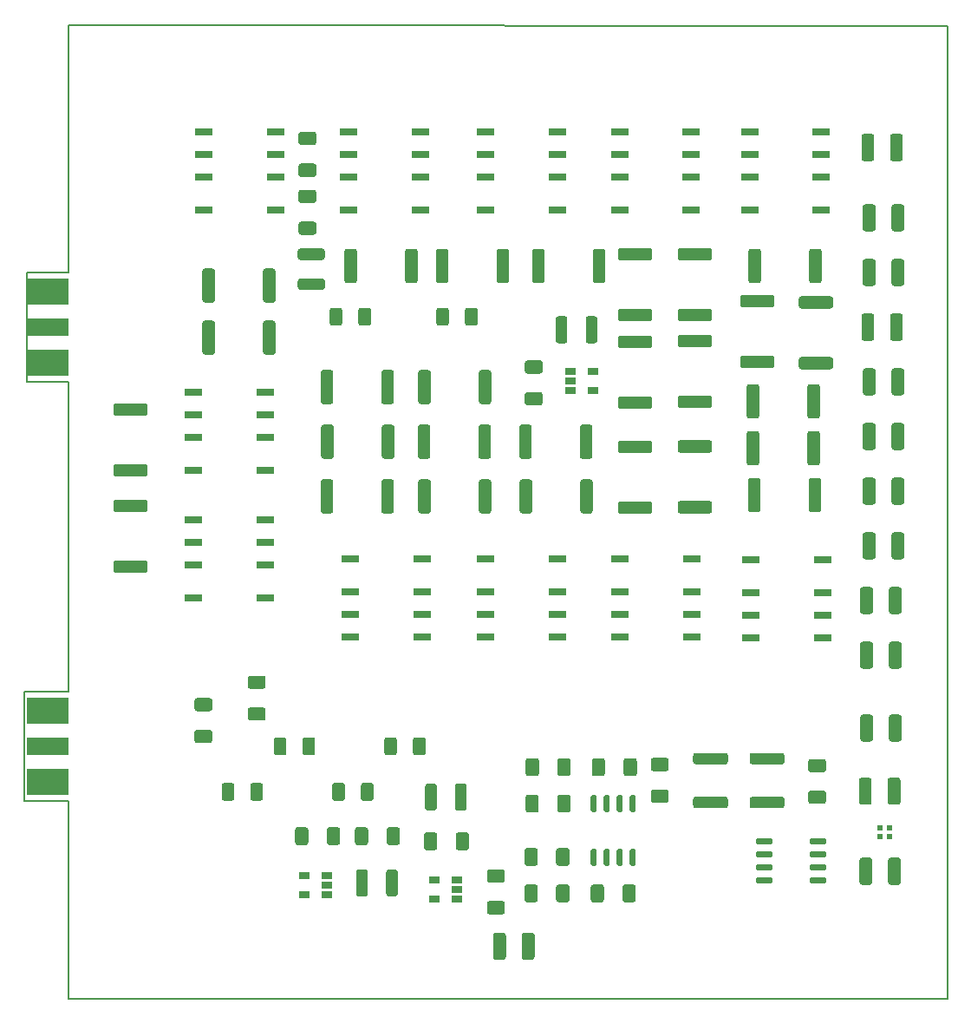
<source format=gbr>
%TF.GenerationSoftware,KiCad,Pcbnew,(5.1.12)-1*%
%TF.CreationDate,2021-11-19T01:02:39+01:00*%
%TF.ProjectId,HF_CaricoVariabile_r00,48465f43-6172-4696-936f-566172696162,rev?*%
%TF.SameCoordinates,Original*%
%TF.FileFunction,Paste,Top*%
%TF.FilePolarity,Positive*%
%FSLAX46Y46*%
G04 Gerber Fmt 4.6, Leading zero omitted, Abs format (unit mm)*
G04 Created by KiCad (PCBNEW (5.1.12)-1) date 2021-11-19 01:02:39*
%MOMM*%
%LPD*%
G01*
G04 APERTURE LIST*
%TA.AperFunction,Profile*%
%ADD10C,0.150000*%
%TD*%
%ADD11R,1.060000X0.650000*%
%ADD12R,1.800000X0.800000*%
%ADD13R,0.500000X0.500000*%
%ADD14R,4.190000X2.665000*%
%ADD15R,4.190000X1.780000*%
G04 APERTURE END LIST*
D10*
X151130000Y-160020000D02*
X65278000Y-160020000D01*
X65278000Y-65024000D02*
X65278000Y-89154000D01*
X65278000Y-89154000D02*
X61214000Y-89154000D01*
X65278000Y-130048000D02*
X60960000Y-130048000D01*
X65278000Y-140716000D02*
X60960000Y-140716000D01*
X65278000Y-140716000D02*
X65278000Y-160020000D01*
X151130000Y-65148899D02*
X65278000Y-65024000D01*
X151130000Y-160020000D02*
X151130000Y-65148899D01*
X60960000Y-130048000D02*
X60960000Y-140716000D01*
X65278000Y-99822000D02*
X65278000Y-130048000D01*
X61214000Y-99822000D02*
X65278000Y-99822000D01*
X61214000Y-89154000D02*
X61214000Y-99822000D01*
%TO.C,Rx-Zx2*%
G36*
G01*
X108035600Y-153814200D02*
X108035600Y-155964200D01*
G75*
G02*
X107785600Y-156214200I-250000J0D01*
G01*
X107035600Y-156214200D01*
G75*
G02*
X106785600Y-155964200I0J250000D01*
G01*
X106785600Y-153814200D01*
G75*
G02*
X107035600Y-153564200I250000J0D01*
G01*
X107785600Y-153564200D01*
G75*
G02*
X108035600Y-153814200I0J-250000D01*
G01*
G37*
G36*
G01*
X110835600Y-153814200D02*
X110835600Y-155964200D01*
G75*
G02*
X110585600Y-156214200I-250000J0D01*
G01*
X109835600Y-156214200D01*
G75*
G02*
X109585600Y-155964200I0J250000D01*
G01*
X109585600Y-153814200D01*
G75*
G02*
X109835600Y-153564200I250000J0D01*
G01*
X110585600Y-153564200D01*
G75*
G02*
X110835600Y-153814200I0J-250000D01*
G01*
G37*
%TD*%
%TO.C,Rx>Rref1*%
G36*
G01*
X145307000Y-140837000D02*
X145307000Y-138687000D01*
G75*
G02*
X145557000Y-138437000I250000J0D01*
G01*
X146307000Y-138437000D01*
G75*
G02*
X146557000Y-138687000I0J-250000D01*
G01*
X146557000Y-140837000D01*
G75*
G02*
X146307000Y-141087000I-250000J0D01*
G01*
X145557000Y-141087000D01*
G75*
G02*
X145307000Y-140837000I0J250000D01*
G01*
G37*
G36*
G01*
X142507000Y-140837000D02*
X142507000Y-138687000D01*
G75*
G02*
X142757000Y-138437000I250000J0D01*
G01*
X143507000Y-138437000D01*
G75*
G02*
X143757000Y-138687000I0J-250000D01*
G01*
X143757000Y-140837000D01*
G75*
G02*
X143507000Y-141087000I-250000J0D01*
G01*
X142757000Y-141087000D01*
G75*
G02*
X142507000Y-140837000I0J250000D01*
G01*
G37*
%TD*%
%TO.C,Rx<Rref1*%
G36*
G01*
X145363000Y-148649000D02*
X145363000Y-146499000D01*
G75*
G02*
X145613000Y-146249000I250000J0D01*
G01*
X146363000Y-146249000D01*
G75*
G02*
X146613000Y-146499000I0J-250000D01*
G01*
X146613000Y-148649000D01*
G75*
G02*
X146363000Y-148899000I-250000J0D01*
G01*
X145613000Y-148899000D01*
G75*
G02*
X145363000Y-148649000I0J250000D01*
G01*
G37*
G36*
G01*
X142563000Y-148649000D02*
X142563000Y-146499000D01*
G75*
G02*
X142813000Y-146249000I250000J0D01*
G01*
X143563000Y-146249000D01*
G75*
G02*
X143813000Y-146499000I0J-250000D01*
G01*
X143813000Y-148649000D01*
G75*
G02*
X143563000Y-148899000I-250000J0D01*
G01*
X142813000Y-148899000D01*
G75*
G02*
X142563000Y-148649000I0J250000D01*
G01*
G37*
%TD*%
D11*
%TO.C,U10*%
X116500000Y-98806000D03*
X116500000Y-100706000D03*
X114300000Y-100706000D03*
X114300000Y-99756000D03*
X114300000Y-98806000D03*
%TD*%
%TO.C,R65*%
G36*
G01*
X89271000Y-82386000D02*
X88021000Y-82386000D01*
G75*
G02*
X87771000Y-82136000I0J250000D01*
G01*
X87771000Y-81336000D01*
G75*
G02*
X88021000Y-81086000I250000J0D01*
G01*
X89271000Y-81086000D01*
G75*
G02*
X89521000Y-81336000I0J-250000D01*
G01*
X89521000Y-82136000D01*
G75*
G02*
X89271000Y-82386000I-250000J0D01*
G01*
G37*
G36*
G01*
X89271000Y-85486000D02*
X88021000Y-85486000D01*
G75*
G02*
X87771000Y-85236000I0J250000D01*
G01*
X87771000Y-84436000D01*
G75*
G02*
X88021000Y-84186000I250000J0D01*
G01*
X89271000Y-84186000D01*
G75*
G02*
X89521000Y-84436000I0J-250000D01*
G01*
X89521000Y-85236000D01*
G75*
G02*
X89271000Y-85486000I-250000J0D01*
G01*
G37*
%TD*%
%TO.C,R64*%
G36*
G01*
X111369000Y-99023000D02*
X110119000Y-99023000D01*
G75*
G02*
X109869000Y-98773000I0J250000D01*
G01*
X109869000Y-97973000D01*
G75*
G02*
X110119000Y-97723000I250000J0D01*
G01*
X111369000Y-97723000D01*
G75*
G02*
X111619000Y-97973000I0J-250000D01*
G01*
X111619000Y-98773000D01*
G75*
G02*
X111369000Y-99023000I-250000J0D01*
G01*
G37*
G36*
G01*
X111369000Y-102123000D02*
X110119000Y-102123000D01*
G75*
G02*
X109869000Y-101873000I0J250000D01*
G01*
X109869000Y-101073000D01*
G75*
G02*
X110119000Y-100823000I250000J0D01*
G01*
X111369000Y-100823000D01*
G75*
G02*
X111619000Y-101073000I0J-250000D01*
G01*
X111619000Y-101873000D01*
G75*
G02*
X111369000Y-102123000I-250000J0D01*
G01*
G37*
%TD*%
%TO.C,R62*%
G36*
G01*
X88021000Y-78523000D02*
X89271000Y-78523000D01*
G75*
G02*
X89521000Y-78773000I0J-250000D01*
G01*
X89521000Y-79573000D01*
G75*
G02*
X89271000Y-79823000I-250000J0D01*
G01*
X88021000Y-79823000D01*
G75*
G02*
X87771000Y-79573000I0J250000D01*
G01*
X87771000Y-78773000D01*
G75*
G02*
X88021000Y-78523000I250000J0D01*
G01*
G37*
G36*
G01*
X88021000Y-75423000D02*
X89271000Y-75423000D01*
G75*
G02*
X89521000Y-75673000I0J-250000D01*
G01*
X89521000Y-76473000D01*
G75*
G02*
X89271000Y-76723000I-250000J0D01*
G01*
X88021000Y-76723000D01*
G75*
G02*
X87771000Y-76473000I0J250000D01*
G01*
X87771000Y-75673000D01*
G75*
G02*
X88021000Y-75423000I250000J0D01*
G01*
G37*
%TD*%
%TO.C,D14*%
G36*
G01*
X102479000Y-92847000D02*
X102479000Y-94097000D01*
G75*
G02*
X102229000Y-94347000I-250000J0D01*
G01*
X101479000Y-94347000D01*
G75*
G02*
X101229000Y-94097000I0J250000D01*
G01*
X101229000Y-92847000D01*
G75*
G02*
X101479000Y-92597000I250000J0D01*
G01*
X102229000Y-92597000D01*
G75*
G02*
X102479000Y-92847000I0J-250000D01*
G01*
G37*
G36*
G01*
X105279000Y-92847000D02*
X105279000Y-94097000D01*
G75*
G02*
X105029000Y-94347000I-250000J0D01*
G01*
X104279000Y-94347000D01*
G75*
G02*
X104029000Y-94097000I0J250000D01*
G01*
X104029000Y-92847000D01*
G75*
G02*
X104279000Y-92597000I250000J0D01*
G01*
X105029000Y-92597000D01*
G75*
G02*
X105279000Y-92847000I0J-250000D01*
G01*
G37*
%TD*%
%TO.C,D13*%
G36*
G01*
X92065000Y-92847000D02*
X92065000Y-94097000D01*
G75*
G02*
X91815000Y-94347000I-250000J0D01*
G01*
X91065000Y-94347000D01*
G75*
G02*
X90815000Y-94097000I0J250000D01*
G01*
X90815000Y-92847000D01*
G75*
G02*
X91065000Y-92597000I250000J0D01*
G01*
X91815000Y-92597000D01*
G75*
G02*
X92065000Y-92847000I0J-250000D01*
G01*
G37*
G36*
G01*
X94865000Y-92847000D02*
X94865000Y-94097000D01*
G75*
G02*
X94615000Y-94347000I-250000J0D01*
G01*
X93865000Y-94347000D01*
G75*
G02*
X93615000Y-94097000I0J250000D01*
G01*
X93615000Y-92847000D01*
G75*
G02*
X93865000Y-92597000I250000J0D01*
G01*
X94615000Y-92597000D01*
G75*
G02*
X94865000Y-92847000I0J-250000D01*
G01*
G37*
%TD*%
%TO.C,C16*%
G36*
G01*
X87951999Y-89738500D02*
X90102001Y-89738500D01*
G75*
G02*
X90352000Y-89988499I0J-249999D01*
G01*
X90352000Y-90613501D01*
G75*
G02*
X90102001Y-90863500I-249999J0D01*
G01*
X87951999Y-90863500D01*
G75*
G02*
X87702000Y-90613501I0J249999D01*
G01*
X87702000Y-89988499D01*
G75*
G02*
X87951999Y-89738500I249999J0D01*
G01*
G37*
G36*
G01*
X87951999Y-86813500D02*
X90102001Y-86813500D01*
G75*
G02*
X90352000Y-87063499I0J-249999D01*
G01*
X90352000Y-87688501D01*
G75*
G02*
X90102001Y-87938500I-249999J0D01*
G01*
X87951999Y-87938500D01*
G75*
G02*
X87702000Y-87688501I0J249999D01*
G01*
X87702000Y-87063499D01*
G75*
G02*
X87951999Y-86813500I249999J0D01*
G01*
G37*
%TD*%
%TO.C,Rx-Zx1*%
G36*
G01*
X145431000Y-134679000D02*
X145431000Y-132529000D01*
G75*
G02*
X145681000Y-132279000I250000J0D01*
G01*
X146431000Y-132279000D01*
G75*
G02*
X146681000Y-132529000I0J-250000D01*
G01*
X146681000Y-134679000D01*
G75*
G02*
X146431000Y-134929000I-250000J0D01*
G01*
X145681000Y-134929000D01*
G75*
G02*
X145431000Y-134679000I0J250000D01*
G01*
G37*
G36*
G01*
X142631000Y-134679000D02*
X142631000Y-132529000D01*
G75*
G02*
X142881000Y-132279000I250000J0D01*
G01*
X143631000Y-132279000D01*
G75*
G02*
X143881000Y-132529000I0J-250000D01*
G01*
X143881000Y-134679000D01*
G75*
G02*
X143631000Y-134929000I-250000J0D01*
G01*
X142881000Y-134929000D01*
G75*
G02*
X142631000Y-134679000I0J250000D01*
G01*
G37*
%TD*%
D12*
%TO.C,CC/RF1*%
X84526000Y-120894000D03*
X84526000Y-117694000D03*
X84526000Y-115494000D03*
X84526000Y-113294000D03*
X77526000Y-113294000D03*
X77526000Y-115494000D03*
X77526000Y-117694000D03*
X77526000Y-120894000D03*
%TD*%
%TO.C,Load/WB2*%
G36*
G01*
X145555000Y-78037000D02*
X145555000Y-75887000D01*
G75*
G02*
X145805000Y-75637000I250000J0D01*
G01*
X146555000Y-75637000D01*
G75*
G02*
X146805000Y-75887000I0J-250000D01*
G01*
X146805000Y-78037000D01*
G75*
G02*
X146555000Y-78287000I-250000J0D01*
G01*
X145805000Y-78287000D01*
G75*
G02*
X145555000Y-78037000I0J250000D01*
G01*
G37*
G36*
G01*
X142755000Y-78037000D02*
X142755000Y-75887000D01*
G75*
G02*
X143005000Y-75637000I250000J0D01*
G01*
X143755000Y-75637000D01*
G75*
G02*
X144005000Y-75887000I0J-250000D01*
G01*
X144005000Y-78037000D01*
G75*
G02*
X143755000Y-78287000I-250000J0D01*
G01*
X143005000Y-78287000D01*
G75*
G02*
X142755000Y-78037000I0J250000D01*
G01*
G37*
%TD*%
%TO.C,D11*%
G36*
G01*
X92319000Y-139202000D02*
X92319000Y-140452000D01*
G75*
G02*
X92069000Y-140702000I-250000J0D01*
G01*
X91319000Y-140702000D01*
G75*
G02*
X91069000Y-140452000I0J250000D01*
G01*
X91069000Y-139202000D01*
G75*
G02*
X91319000Y-138952000I250000J0D01*
G01*
X92069000Y-138952000D01*
G75*
G02*
X92319000Y-139202000I0J-250000D01*
G01*
G37*
G36*
G01*
X95119000Y-139202000D02*
X95119000Y-140452000D01*
G75*
G02*
X94869000Y-140702000I-250000J0D01*
G01*
X94119000Y-140702000D01*
G75*
G02*
X93869000Y-140452000I0J250000D01*
G01*
X93869000Y-139202000D01*
G75*
G02*
X94119000Y-138952000I250000J0D01*
G01*
X94869000Y-138952000D01*
G75*
G02*
X95119000Y-139202000I0J-250000D01*
G01*
G37*
%TD*%
%TO.C,D10*%
G36*
G01*
X97396000Y-134757000D02*
X97396000Y-136007000D01*
G75*
G02*
X97146000Y-136257000I-250000J0D01*
G01*
X96396000Y-136257000D01*
G75*
G02*
X96146000Y-136007000I0J250000D01*
G01*
X96146000Y-134757000D01*
G75*
G02*
X96396000Y-134507000I250000J0D01*
G01*
X97146000Y-134507000D01*
G75*
G02*
X97396000Y-134757000I0J-250000D01*
G01*
G37*
G36*
G01*
X100196000Y-134757000D02*
X100196000Y-136007000D01*
G75*
G02*
X99946000Y-136257000I-250000J0D01*
G01*
X99196000Y-136257000D01*
G75*
G02*
X98946000Y-136007000I0J250000D01*
G01*
X98946000Y-134757000D01*
G75*
G02*
X99196000Y-134507000I250000J0D01*
G01*
X99946000Y-134507000D01*
G75*
G02*
X100196000Y-134757000I0J-250000D01*
G01*
G37*
%TD*%
%TO.C,D9*%
G36*
G01*
X81518000Y-139202000D02*
X81518000Y-140452000D01*
G75*
G02*
X81268000Y-140702000I-250000J0D01*
G01*
X80518000Y-140702000D01*
G75*
G02*
X80268000Y-140452000I0J250000D01*
G01*
X80268000Y-139202000D01*
G75*
G02*
X80518000Y-138952000I250000J0D01*
G01*
X81268000Y-138952000D01*
G75*
G02*
X81518000Y-139202000I0J-250000D01*
G01*
G37*
G36*
G01*
X84318000Y-139202000D02*
X84318000Y-140452000D01*
G75*
G02*
X84068000Y-140702000I-250000J0D01*
G01*
X83318000Y-140702000D01*
G75*
G02*
X83068000Y-140452000I0J250000D01*
G01*
X83068000Y-139202000D01*
G75*
G02*
X83318000Y-138952000I250000J0D01*
G01*
X84068000Y-138952000D01*
G75*
G02*
X84318000Y-139202000I0J-250000D01*
G01*
G37*
%TD*%
%TO.C,D8*%
G36*
G01*
X86601000Y-134757000D02*
X86601000Y-136007000D01*
G75*
G02*
X86351000Y-136257000I-250000J0D01*
G01*
X85601000Y-136257000D01*
G75*
G02*
X85351000Y-136007000I0J250000D01*
G01*
X85351000Y-134757000D01*
G75*
G02*
X85601000Y-134507000I250000J0D01*
G01*
X86351000Y-134507000D01*
G75*
G02*
X86601000Y-134757000I0J-250000D01*
G01*
G37*
G36*
G01*
X89401000Y-134757000D02*
X89401000Y-136007000D01*
G75*
G02*
X89151000Y-136257000I-250000J0D01*
G01*
X88401000Y-136257000D01*
G75*
G02*
X88151000Y-136007000I0J250000D01*
G01*
X88151000Y-134757000D01*
G75*
G02*
X88401000Y-134507000I250000J0D01*
G01*
X89151000Y-134507000D01*
G75*
G02*
X89401000Y-134757000I0J-250000D01*
G01*
G37*
%TD*%
%TO.C,80R1*%
G36*
G01*
X145679000Y-106231000D02*
X145679000Y-104081000D01*
G75*
G02*
X145929000Y-103831000I250000J0D01*
G01*
X146679000Y-103831000D01*
G75*
G02*
X146929000Y-104081000I0J-250000D01*
G01*
X146929000Y-106231000D01*
G75*
G02*
X146679000Y-106481000I-250000J0D01*
G01*
X145929000Y-106481000D01*
G75*
G02*
X145679000Y-106231000I0J250000D01*
G01*
G37*
G36*
G01*
X142879000Y-106231000D02*
X142879000Y-104081000D01*
G75*
G02*
X143129000Y-103831000I250000J0D01*
G01*
X143879000Y-103831000D01*
G75*
G02*
X144129000Y-104081000I0J-250000D01*
G01*
X144129000Y-106231000D01*
G75*
G02*
X143879000Y-106481000I-250000J0D01*
G01*
X143129000Y-106481000D01*
G75*
G02*
X142879000Y-106231000I0J250000D01*
G01*
G37*
%TD*%
%TO.C,640R1*%
G36*
G01*
X145425000Y-122233000D02*
X145425000Y-120083000D01*
G75*
G02*
X145675000Y-119833000I250000J0D01*
G01*
X146425000Y-119833000D01*
G75*
G02*
X146675000Y-120083000I0J-250000D01*
G01*
X146675000Y-122233000D01*
G75*
G02*
X146425000Y-122483000I-250000J0D01*
G01*
X145675000Y-122483000D01*
G75*
G02*
X145425000Y-122233000I0J250000D01*
G01*
G37*
G36*
G01*
X142625000Y-122233000D02*
X142625000Y-120083000D01*
G75*
G02*
X142875000Y-119833000I250000J0D01*
G01*
X143625000Y-119833000D01*
G75*
G02*
X143875000Y-120083000I0J-250000D01*
G01*
X143875000Y-122233000D01*
G75*
G02*
X143625000Y-122483000I-250000J0D01*
G01*
X142875000Y-122483000D01*
G75*
G02*
X142625000Y-122233000I0J250000D01*
G01*
G37*
%TD*%
%TO.C,5R1*%
G36*
G01*
X145679000Y-84895000D02*
X145679000Y-82745000D01*
G75*
G02*
X145929000Y-82495000I250000J0D01*
G01*
X146679000Y-82495000D01*
G75*
G02*
X146929000Y-82745000I0J-250000D01*
G01*
X146929000Y-84895000D01*
G75*
G02*
X146679000Y-85145000I-250000J0D01*
G01*
X145929000Y-85145000D01*
G75*
G02*
X145679000Y-84895000I0J250000D01*
G01*
G37*
G36*
G01*
X142879000Y-84895000D02*
X142879000Y-82745000D01*
G75*
G02*
X143129000Y-82495000I250000J0D01*
G01*
X143879000Y-82495000D01*
G75*
G02*
X144129000Y-82745000I0J-250000D01*
G01*
X144129000Y-84895000D01*
G75*
G02*
X143879000Y-85145000I-250000J0D01*
G01*
X143129000Y-85145000D01*
G75*
G02*
X142879000Y-84895000I0J250000D01*
G01*
G37*
%TD*%
%TO.C,40R1*%
G36*
G01*
X145685000Y-100897000D02*
X145685000Y-98747000D01*
G75*
G02*
X145935000Y-98497000I250000J0D01*
G01*
X146685000Y-98497000D01*
G75*
G02*
X146935000Y-98747000I0J-250000D01*
G01*
X146935000Y-100897000D01*
G75*
G02*
X146685000Y-101147000I-250000J0D01*
G01*
X145935000Y-101147000D01*
G75*
G02*
X145685000Y-100897000I0J250000D01*
G01*
G37*
G36*
G01*
X142885000Y-100897000D02*
X142885000Y-98747000D01*
G75*
G02*
X143135000Y-98497000I250000J0D01*
G01*
X143885000Y-98497000D01*
G75*
G02*
X144135000Y-98747000I0J-250000D01*
G01*
X144135000Y-100897000D01*
G75*
G02*
X143885000Y-101147000I-250000J0D01*
G01*
X143135000Y-101147000D01*
G75*
G02*
X142885000Y-100897000I0J250000D01*
G01*
G37*
%TD*%
%TO.C,320R1*%
G36*
G01*
X145679000Y-116899000D02*
X145679000Y-114749000D01*
G75*
G02*
X145929000Y-114499000I250000J0D01*
G01*
X146679000Y-114499000D01*
G75*
G02*
X146929000Y-114749000I0J-250000D01*
G01*
X146929000Y-116899000D01*
G75*
G02*
X146679000Y-117149000I-250000J0D01*
G01*
X145929000Y-117149000D01*
G75*
G02*
X145679000Y-116899000I0J250000D01*
G01*
G37*
G36*
G01*
X142879000Y-116899000D02*
X142879000Y-114749000D01*
G75*
G02*
X143129000Y-114499000I250000J0D01*
G01*
X143879000Y-114499000D01*
G75*
G02*
X144129000Y-114749000I0J-250000D01*
G01*
X144129000Y-116899000D01*
G75*
G02*
X143879000Y-117149000I-250000J0D01*
G01*
X143129000Y-117149000D01*
G75*
G02*
X142879000Y-116899000I0J250000D01*
G01*
G37*
%TD*%
%TO.C,20R1*%
G36*
G01*
X145555000Y-95563000D02*
X145555000Y-93413000D01*
G75*
G02*
X145805000Y-93163000I250000J0D01*
G01*
X146555000Y-93163000D01*
G75*
G02*
X146805000Y-93413000I0J-250000D01*
G01*
X146805000Y-95563000D01*
G75*
G02*
X146555000Y-95813000I-250000J0D01*
G01*
X145805000Y-95813000D01*
G75*
G02*
X145555000Y-95563000I0J250000D01*
G01*
G37*
G36*
G01*
X142755000Y-95563000D02*
X142755000Y-93413000D01*
G75*
G02*
X143005000Y-93163000I250000J0D01*
G01*
X143755000Y-93163000D01*
G75*
G02*
X144005000Y-93413000I0J-250000D01*
G01*
X144005000Y-95563000D01*
G75*
G02*
X143755000Y-95813000I-250000J0D01*
G01*
X143005000Y-95813000D01*
G75*
G02*
X142755000Y-95563000I0J250000D01*
G01*
G37*
%TD*%
%TO.C,160R1*%
G36*
G01*
X145679000Y-111565000D02*
X145679000Y-109415000D01*
G75*
G02*
X145929000Y-109165000I250000J0D01*
G01*
X146679000Y-109165000D01*
G75*
G02*
X146929000Y-109415000I0J-250000D01*
G01*
X146929000Y-111565000D01*
G75*
G02*
X146679000Y-111815000I-250000J0D01*
G01*
X145929000Y-111815000D01*
G75*
G02*
X145679000Y-111565000I0J250000D01*
G01*
G37*
G36*
G01*
X142879000Y-111565000D02*
X142879000Y-109415000D01*
G75*
G02*
X143129000Y-109165000I250000J0D01*
G01*
X143879000Y-109165000D01*
G75*
G02*
X144129000Y-109415000I0J-250000D01*
G01*
X144129000Y-111565000D01*
G75*
G02*
X143879000Y-111815000I-250000J0D01*
G01*
X143129000Y-111815000D01*
G75*
G02*
X142879000Y-111565000I0J250000D01*
G01*
G37*
%TD*%
%TO.C,1280R1*%
G36*
G01*
X145425000Y-127567000D02*
X145425000Y-125417000D01*
G75*
G02*
X145675000Y-125167000I250000J0D01*
G01*
X146425000Y-125167000D01*
G75*
G02*
X146675000Y-125417000I0J-250000D01*
G01*
X146675000Y-127567000D01*
G75*
G02*
X146425000Y-127817000I-250000J0D01*
G01*
X145675000Y-127817000D01*
G75*
G02*
X145425000Y-127567000I0J250000D01*
G01*
G37*
G36*
G01*
X142625000Y-127567000D02*
X142625000Y-125417000D01*
G75*
G02*
X142875000Y-125167000I250000J0D01*
G01*
X143625000Y-125167000D01*
G75*
G02*
X143875000Y-125417000I0J-250000D01*
G01*
X143875000Y-127567000D01*
G75*
G02*
X143625000Y-127817000I-250000J0D01*
G01*
X142875000Y-127817000D01*
G75*
G02*
X142625000Y-127567000I0J250000D01*
G01*
G37*
%TD*%
%TO.C,10R1*%
G36*
G01*
X145679000Y-90229000D02*
X145679000Y-88079000D01*
G75*
G02*
X145929000Y-87829000I250000J0D01*
G01*
X146679000Y-87829000D01*
G75*
G02*
X146929000Y-88079000I0J-250000D01*
G01*
X146929000Y-90229000D01*
G75*
G02*
X146679000Y-90479000I-250000J0D01*
G01*
X145929000Y-90479000D01*
G75*
G02*
X145679000Y-90229000I0J250000D01*
G01*
G37*
G36*
G01*
X142879000Y-90229000D02*
X142879000Y-88079000D01*
G75*
G02*
X143129000Y-87829000I250000J0D01*
G01*
X143879000Y-87829000D01*
G75*
G02*
X144129000Y-88079000I0J-250000D01*
G01*
X144129000Y-90229000D01*
G75*
G02*
X143879000Y-90479000I-250000J0D01*
G01*
X143129000Y-90479000D01*
G75*
G02*
X142879000Y-90229000I0J250000D01*
G01*
G37*
%TD*%
%TO.C,U8*%
G36*
G01*
X134090000Y-148313000D02*
X134090000Y-148613000D01*
G75*
G02*
X133940000Y-148763000I-150000J0D01*
G01*
X132590000Y-148763000D01*
G75*
G02*
X132440000Y-148613000I0J150000D01*
G01*
X132440000Y-148313000D01*
G75*
G02*
X132590000Y-148163000I150000J0D01*
G01*
X133940000Y-148163000D01*
G75*
G02*
X134090000Y-148313000I0J-150000D01*
G01*
G37*
G36*
G01*
X134090000Y-147043000D02*
X134090000Y-147343000D01*
G75*
G02*
X133940000Y-147493000I-150000J0D01*
G01*
X132590000Y-147493000D01*
G75*
G02*
X132440000Y-147343000I0J150000D01*
G01*
X132440000Y-147043000D01*
G75*
G02*
X132590000Y-146893000I150000J0D01*
G01*
X133940000Y-146893000D01*
G75*
G02*
X134090000Y-147043000I0J-150000D01*
G01*
G37*
G36*
G01*
X134090000Y-145773000D02*
X134090000Y-146073000D01*
G75*
G02*
X133940000Y-146223000I-150000J0D01*
G01*
X132590000Y-146223000D01*
G75*
G02*
X132440000Y-146073000I0J150000D01*
G01*
X132440000Y-145773000D01*
G75*
G02*
X132590000Y-145623000I150000J0D01*
G01*
X133940000Y-145623000D01*
G75*
G02*
X134090000Y-145773000I0J-150000D01*
G01*
G37*
G36*
G01*
X134090000Y-144503000D02*
X134090000Y-144803000D01*
G75*
G02*
X133940000Y-144953000I-150000J0D01*
G01*
X132590000Y-144953000D01*
G75*
G02*
X132440000Y-144803000I0J150000D01*
G01*
X132440000Y-144503000D01*
G75*
G02*
X132590000Y-144353000I150000J0D01*
G01*
X133940000Y-144353000D01*
G75*
G02*
X134090000Y-144503000I0J-150000D01*
G01*
G37*
G36*
G01*
X139340000Y-144503000D02*
X139340000Y-144803000D01*
G75*
G02*
X139190000Y-144953000I-150000J0D01*
G01*
X137840000Y-144953000D01*
G75*
G02*
X137690000Y-144803000I0J150000D01*
G01*
X137690000Y-144503000D01*
G75*
G02*
X137840000Y-144353000I150000J0D01*
G01*
X139190000Y-144353000D01*
G75*
G02*
X139340000Y-144503000I0J-150000D01*
G01*
G37*
G36*
G01*
X139340000Y-145773000D02*
X139340000Y-146073000D01*
G75*
G02*
X139190000Y-146223000I-150000J0D01*
G01*
X137840000Y-146223000D01*
G75*
G02*
X137690000Y-146073000I0J150000D01*
G01*
X137690000Y-145773000D01*
G75*
G02*
X137840000Y-145623000I150000J0D01*
G01*
X139190000Y-145623000D01*
G75*
G02*
X139340000Y-145773000I0J-150000D01*
G01*
G37*
G36*
G01*
X139340000Y-147043000D02*
X139340000Y-147343000D01*
G75*
G02*
X139190000Y-147493000I-150000J0D01*
G01*
X137840000Y-147493000D01*
G75*
G02*
X137690000Y-147343000I0J150000D01*
G01*
X137690000Y-147043000D01*
G75*
G02*
X137840000Y-146893000I150000J0D01*
G01*
X139190000Y-146893000D01*
G75*
G02*
X139340000Y-147043000I0J-150000D01*
G01*
G37*
G36*
G01*
X139340000Y-148313000D02*
X139340000Y-148613000D01*
G75*
G02*
X139190000Y-148763000I-150000J0D01*
G01*
X137840000Y-148763000D01*
G75*
G02*
X137690000Y-148613000I0J150000D01*
G01*
X137690000Y-148313000D01*
G75*
G02*
X137840000Y-148163000I150000J0D01*
G01*
X139190000Y-148163000D01*
G75*
G02*
X139340000Y-148313000I0J-150000D01*
G01*
G37*
%TD*%
%TO.C,U6*%
G36*
G01*
X120246000Y-145395000D02*
X120546000Y-145395000D01*
G75*
G02*
X120696000Y-145545000I0J-150000D01*
G01*
X120696000Y-146895000D01*
G75*
G02*
X120546000Y-147045000I-150000J0D01*
G01*
X120246000Y-147045000D01*
G75*
G02*
X120096000Y-146895000I0J150000D01*
G01*
X120096000Y-145545000D01*
G75*
G02*
X120246000Y-145395000I150000J0D01*
G01*
G37*
G36*
G01*
X118976000Y-145395000D02*
X119276000Y-145395000D01*
G75*
G02*
X119426000Y-145545000I0J-150000D01*
G01*
X119426000Y-146895000D01*
G75*
G02*
X119276000Y-147045000I-150000J0D01*
G01*
X118976000Y-147045000D01*
G75*
G02*
X118826000Y-146895000I0J150000D01*
G01*
X118826000Y-145545000D01*
G75*
G02*
X118976000Y-145395000I150000J0D01*
G01*
G37*
G36*
G01*
X117706000Y-145395000D02*
X118006000Y-145395000D01*
G75*
G02*
X118156000Y-145545000I0J-150000D01*
G01*
X118156000Y-146895000D01*
G75*
G02*
X118006000Y-147045000I-150000J0D01*
G01*
X117706000Y-147045000D01*
G75*
G02*
X117556000Y-146895000I0J150000D01*
G01*
X117556000Y-145545000D01*
G75*
G02*
X117706000Y-145395000I150000J0D01*
G01*
G37*
G36*
G01*
X116436000Y-145395000D02*
X116736000Y-145395000D01*
G75*
G02*
X116886000Y-145545000I0J-150000D01*
G01*
X116886000Y-146895000D01*
G75*
G02*
X116736000Y-147045000I-150000J0D01*
G01*
X116436000Y-147045000D01*
G75*
G02*
X116286000Y-146895000I0J150000D01*
G01*
X116286000Y-145545000D01*
G75*
G02*
X116436000Y-145395000I150000J0D01*
G01*
G37*
G36*
G01*
X116436000Y-140145000D02*
X116736000Y-140145000D01*
G75*
G02*
X116886000Y-140295000I0J-150000D01*
G01*
X116886000Y-141645000D01*
G75*
G02*
X116736000Y-141795000I-150000J0D01*
G01*
X116436000Y-141795000D01*
G75*
G02*
X116286000Y-141645000I0J150000D01*
G01*
X116286000Y-140295000D01*
G75*
G02*
X116436000Y-140145000I150000J0D01*
G01*
G37*
G36*
G01*
X117706000Y-140145000D02*
X118006000Y-140145000D01*
G75*
G02*
X118156000Y-140295000I0J-150000D01*
G01*
X118156000Y-141645000D01*
G75*
G02*
X118006000Y-141795000I-150000J0D01*
G01*
X117706000Y-141795000D01*
G75*
G02*
X117556000Y-141645000I0J150000D01*
G01*
X117556000Y-140295000D01*
G75*
G02*
X117706000Y-140145000I150000J0D01*
G01*
G37*
G36*
G01*
X118976000Y-140145000D02*
X119276000Y-140145000D01*
G75*
G02*
X119426000Y-140295000I0J-150000D01*
G01*
X119426000Y-141645000D01*
G75*
G02*
X119276000Y-141795000I-150000J0D01*
G01*
X118976000Y-141795000D01*
G75*
G02*
X118826000Y-141645000I0J150000D01*
G01*
X118826000Y-140295000D01*
G75*
G02*
X118976000Y-140145000I150000J0D01*
G01*
G37*
G36*
G01*
X120246000Y-140145000D02*
X120546000Y-140145000D01*
G75*
G02*
X120696000Y-140295000I0J-150000D01*
G01*
X120696000Y-141645000D01*
G75*
G02*
X120546000Y-141795000I-150000J0D01*
G01*
X120246000Y-141795000D01*
G75*
G02*
X120096000Y-141645000I0J150000D01*
G01*
X120096000Y-140295000D01*
G75*
G02*
X120246000Y-140145000I150000J0D01*
G01*
G37*
%TD*%
%TO.C,D6*%
G36*
G01*
X132078999Y-140299000D02*
X134979001Y-140299000D01*
G75*
G02*
X135229000Y-140548999I0J-249999D01*
G01*
X135229000Y-141174001D01*
G75*
G02*
X134979001Y-141424000I-249999J0D01*
G01*
X132078999Y-141424000D01*
G75*
G02*
X131829000Y-141174001I0J249999D01*
G01*
X131829000Y-140548999D01*
G75*
G02*
X132078999Y-140299000I249999J0D01*
G01*
G37*
G36*
G01*
X132078999Y-136024000D02*
X134979001Y-136024000D01*
G75*
G02*
X135229000Y-136273999I0J-249999D01*
G01*
X135229000Y-136899001D01*
G75*
G02*
X134979001Y-137149000I-249999J0D01*
G01*
X132078999Y-137149000D01*
G75*
G02*
X131829000Y-136899001I0J249999D01*
G01*
X131829000Y-136273999D01*
G75*
G02*
X132078999Y-136024000I249999J0D01*
G01*
G37*
%TD*%
%TO.C,D5*%
G36*
G01*
X126565999Y-140299000D02*
X129466001Y-140299000D01*
G75*
G02*
X129716000Y-140548999I0J-249999D01*
G01*
X129716000Y-141174001D01*
G75*
G02*
X129466001Y-141424000I-249999J0D01*
G01*
X126565999Y-141424000D01*
G75*
G02*
X126316000Y-141174001I0J249999D01*
G01*
X126316000Y-140548999D01*
G75*
G02*
X126565999Y-140299000I249999J0D01*
G01*
G37*
G36*
G01*
X126565999Y-136024000D02*
X129466001Y-136024000D01*
G75*
G02*
X129716000Y-136273999I0J-249999D01*
G01*
X129716000Y-136899001D01*
G75*
G02*
X129466001Y-137149000I-249999J0D01*
G01*
X126565999Y-137149000D01*
G75*
G02*
X126316000Y-136899001I0J249999D01*
G01*
X126316000Y-136273999D01*
G75*
G02*
X126565999Y-136024000I249999J0D01*
G01*
G37*
%TD*%
%TO.C,R58*%
G36*
G01*
X139055000Y-137911000D02*
X137805000Y-137911000D01*
G75*
G02*
X137555000Y-137661000I0J250000D01*
G01*
X137555000Y-136861000D01*
G75*
G02*
X137805000Y-136611000I250000J0D01*
G01*
X139055000Y-136611000D01*
G75*
G02*
X139305000Y-136861000I0J-250000D01*
G01*
X139305000Y-137661000D01*
G75*
G02*
X139055000Y-137911000I-250000J0D01*
G01*
G37*
G36*
G01*
X139055000Y-141011000D02*
X137805000Y-141011000D01*
G75*
G02*
X137555000Y-140761000I0J250000D01*
G01*
X137555000Y-139961000D01*
G75*
G02*
X137805000Y-139711000I250000J0D01*
G01*
X139055000Y-139711000D01*
G75*
G02*
X139305000Y-139961000I0J-250000D01*
G01*
X139305000Y-140761000D01*
G75*
G02*
X139055000Y-141011000I-250000J0D01*
G01*
G37*
%TD*%
%TO.C,R56*%
G36*
G01*
X122438000Y-139610000D02*
X123688000Y-139610000D01*
G75*
G02*
X123938000Y-139860000I0J-250000D01*
G01*
X123938000Y-140660000D01*
G75*
G02*
X123688000Y-140910000I-250000J0D01*
G01*
X122438000Y-140910000D01*
G75*
G02*
X122188000Y-140660000I0J250000D01*
G01*
X122188000Y-139860000D01*
G75*
G02*
X122438000Y-139610000I250000J0D01*
G01*
G37*
G36*
G01*
X122438000Y-136510000D02*
X123688000Y-136510000D01*
G75*
G02*
X123938000Y-136760000I0J-250000D01*
G01*
X123938000Y-137560000D01*
G75*
G02*
X123688000Y-137810000I-250000J0D01*
G01*
X122438000Y-137810000D01*
G75*
G02*
X122188000Y-137560000I0J250000D01*
G01*
X122188000Y-136760000D01*
G75*
G02*
X122438000Y-136510000I250000J0D01*
G01*
G37*
%TD*%
D13*
%TO.C,D7*%
X144584000Y-144214000D03*
X145484000Y-144214000D03*
X145484000Y-143314000D03*
X144584000Y-143314000D03*
%TD*%
%TO.C,C15*%
G36*
G01*
X114035000Y-93666999D02*
X114035000Y-95817001D01*
G75*
G02*
X113785001Y-96067000I-249999J0D01*
G01*
X113159999Y-96067000D01*
G75*
G02*
X112910000Y-95817001I0J249999D01*
G01*
X112910000Y-93666999D01*
G75*
G02*
X113159999Y-93417000I249999J0D01*
G01*
X113785001Y-93417000D01*
G75*
G02*
X114035000Y-93666999I0J-249999D01*
G01*
G37*
G36*
G01*
X116960000Y-93666999D02*
X116960000Y-95817001D01*
G75*
G02*
X116710001Y-96067000I-249999J0D01*
G01*
X116084999Y-96067000D01*
G75*
G02*
X115835000Y-95817001I0J249999D01*
G01*
X115835000Y-93666999D01*
G75*
G02*
X116084999Y-93417000I249999J0D01*
G01*
X116710001Y-93417000D01*
G75*
G02*
X116960000Y-93666999I0J-249999D01*
G01*
G37*
%TD*%
D11*
%TO.C,U1*%
X103251000Y-150302000D03*
X103251000Y-149352000D03*
X103251000Y-148402000D03*
X101051000Y-148402000D03*
X101051000Y-150302000D03*
%TD*%
%TO.C,R55*%
G36*
G01*
X117617000Y-149108000D02*
X117617000Y-150358000D01*
G75*
G02*
X117367000Y-150608000I-250000J0D01*
G01*
X116567000Y-150608000D01*
G75*
G02*
X116317000Y-150358000I0J250000D01*
G01*
X116317000Y-149108000D01*
G75*
G02*
X116567000Y-148858000I250000J0D01*
G01*
X117367000Y-148858000D01*
G75*
G02*
X117617000Y-149108000I0J-250000D01*
G01*
G37*
G36*
G01*
X120717000Y-149108000D02*
X120717000Y-150358000D01*
G75*
G02*
X120467000Y-150608000I-250000J0D01*
G01*
X119667000Y-150608000D01*
G75*
G02*
X119417000Y-150358000I0J250000D01*
G01*
X119417000Y-149108000D01*
G75*
G02*
X119667000Y-148858000I250000J0D01*
G01*
X120467000Y-148858000D01*
G75*
G02*
X120717000Y-149108000I0J-250000D01*
G01*
G37*
%TD*%
%TO.C,R54*%
G36*
G01*
X112940000Y-150358000D02*
X112940000Y-149108000D01*
G75*
G02*
X113190000Y-148858000I250000J0D01*
G01*
X113990000Y-148858000D01*
G75*
G02*
X114240000Y-149108000I0J-250000D01*
G01*
X114240000Y-150358000D01*
G75*
G02*
X113990000Y-150608000I-250000J0D01*
G01*
X113190000Y-150608000D01*
G75*
G02*
X112940000Y-150358000I0J250000D01*
G01*
G37*
G36*
G01*
X109840000Y-150358000D02*
X109840000Y-149108000D01*
G75*
G02*
X110090000Y-148858000I250000J0D01*
G01*
X110890000Y-148858000D01*
G75*
G02*
X111140000Y-149108000I0J-250000D01*
G01*
X111140000Y-150358000D01*
G75*
G02*
X110890000Y-150608000I-250000J0D01*
G01*
X110090000Y-150608000D01*
G75*
G02*
X109840000Y-150358000I0J250000D01*
G01*
G37*
%TD*%
%TO.C,R52*%
G36*
G01*
X113067000Y-138039000D02*
X113067000Y-136789000D01*
G75*
G02*
X113317000Y-136539000I250000J0D01*
G01*
X114117000Y-136539000D01*
G75*
G02*
X114367000Y-136789000I0J-250000D01*
G01*
X114367000Y-138039000D01*
G75*
G02*
X114117000Y-138289000I-250000J0D01*
G01*
X113317000Y-138289000D01*
G75*
G02*
X113067000Y-138039000I0J250000D01*
G01*
G37*
G36*
G01*
X109967000Y-138039000D02*
X109967000Y-136789000D01*
G75*
G02*
X110217000Y-136539000I250000J0D01*
G01*
X111017000Y-136539000D01*
G75*
G02*
X111267000Y-136789000I0J-250000D01*
G01*
X111267000Y-138039000D01*
G75*
G02*
X111017000Y-138289000I-250000J0D01*
G01*
X110217000Y-138289000D01*
G75*
G02*
X109967000Y-138039000I0J250000D01*
G01*
G37*
%TD*%
%TO.C,R51*%
G36*
G01*
X112940000Y-146802000D02*
X112940000Y-145552000D01*
G75*
G02*
X113190000Y-145302000I250000J0D01*
G01*
X113990000Y-145302000D01*
G75*
G02*
X114240000Y-145552000I0J-250000D01*
G01*
X114240000Y-146802000D01*
G75*
G02*
X113990000Y-147052000I-250000J0D01*
G01*
X113190000Y-147052000D01*
G75*
G02*
X112940000Y-146802000I0J250000D01*
G01*
G37*
G36*
G01*
X109840000Y-146802000D02*
X109840000Y-145552000D01*
G75*
G02*
X110090000Y-145302000I250000J0D01*
G01*
X110890000Y-145302000D01*
G75*
G02*
X111140000Y-145552000I0J-250000D01*
G01*
X111140000Y-146802000D01*
G75*
G02*
X110890000Y-147052000I-250000J0D01*
G01*
X110090000Y-147052000D01*
G75*
G02*
X109840000Y-146802000I0J250000D01*
G01*
G37*
%TD*%
%TO.C,R50*%
G36*
G01*
X113041000Y-141595000D02*
X113041000Y-140345000D01*
G75*
G02*
X113291000Y-140095000I250000J0D01*
G01*
X114091000Y-140095000D01*
G75*
G02*
X114341000Y-140345000I0J-250000D01*
G01*
X114341000Y-141595000D01*
G75*
G02*
X114091000Y-141845000I-250000J0D01*
G01*
X113291000Y-141845000D01*
G75*
G02*
X113041000Y-141595000I0J250000D01*
G01*
G37*
G36*
G01*
X109941000Y-141595000D02*
X109941000Y-140345000D01*
G75*
G02*
X110191000Y-140095000I250000J0D01*
G01*
X110991000Y-140095000D01*
G75*
G02*
X111241000Y-140345000I0J-250000D01*
G01*
X111241000Y-141595000D01*
G75*
G02*
X110991000Y-141845000I-250000J0D01*
G01*
X110191000Y-141845000D01*
G75*
G02*
X109941000Y-141595000I0J250000D01*
G01*
G37*
%TD*%
%TO.C,R49*%
G36*
G01*
X101335000Y-144028000D02*
X101335000Y-145278000D01*
G75*
G02*
X101085000Y-145528000I-250000J0D01*
G01*
X100285000Y-145528000D01*
G75*
G02*
X100035000Y-145278000I0J250000D01*
G01*
X100035000Y-144028000D01*
G75*
G02*
X100285000Y-143778000I250000J0D01*
G01*
X101085000Y-143778000D01*
G75*
G02*
X101335000Y-144028000I0J-250000D01*
G01*
G37*
G36*
G01*
X104435000Y-144028000D02*
X104435000Y-145278000D01*
G75*
G02*
X104185000Y-145528000I-250000J0D01*
G01*
X103385000Y-145528000D01*
G75*
G02*
X103135000Y-145278000I0J250000D01*
G01*
X103135000Y-144028000D01*
G75*
G02*
X103385000Y-143778000I250000J0D01*
G01*
X104185000Y-143778000D01*
G75*
G02*
X104435000Y-144028000I0J-250000D01*
G01*
G37*
%TD*%
%TO.C,R47*%
G36*
G01*
X88736000Y-143520000D02*
X88736000Y-144770000D01*
G75*
G02*
X88486000Y-145020000I-250000J0D01*
G01*
X87686000Y-145020000D01*
G75*
G02*
X87436000Y-144770000I0J250000D01*
G01*
X87436000Y-143520000D01*
G75*
G02*
X87686000Y-143270000I250000J0D01*
G01*
X88486000Y-143270000D01*
G75*
G02*
X88736000Y-143520000I0J-250000D01*
G01*
G37*
G36*
G01*
X91836000Y-143520000D02*
X91836000Y-144770000D01*
G75*
G02*
X91586000Y-145020000I-250000J0D01*
G01*
X90786000Y-145020000D01*
G75*
G02*
X90536000Y-144770000I0J250000D01*
G01*
X90536000Y-143520000D01*
G75*
G02*
X90786000Y-143270000I250000J0D01*
G01*
X91586000Y-143270000D01*
G75*
G02*
X91836000Y-143520000I0J-250000D01*
G01*
G37*
%TD*%
%TO.C,R46*%
G36*
G01*
X106436000Y-150480000D02*
X107686000Y-150480000D01*
G75*
G02*
X107936000Y-150730000I0J-250000D01*
G01*
X107936000Y-151530000D01*
G75*
G02*
X107686000Y-151780000I-250000J0D01*
G01*
X106436000Y-151780000D01*
G75*
G02*
X106186000Y-151530000I0J250000D01*
G01*
X106186000Y-150730000D01*
G75*
G02*
X106436000Y-150480000I250000J0D01*
G01*
G37*
G36*
G01*
X106436000Y-147380000D02*
X107686000Y-147380000D01*
G75*
G02*
X107936000Y-147630000I0J-250000D01*
G01*
X107936000Y-148430000D01*
G75*
G02*
X107686000Y-148680000I-250000J0D01*
G01*
X106436000Y-148680000D01*
G75*
G02*
X106186000Y-148430000I0J250000D01*
G01*
X106186000Y-147630000D01*
G75*
G02*
X106436000Y-147380000I250000J0D01*
G01*
G37*
%TD*%
%TO.C,R45*%
G36*
G01*
X83068000Y-131583000D02*
X84318000Y-131583000D01*
G75*
G02*
X84568000Y-131833000I0J-250000D01*
G01*
X84568000Y-132633000D01*
G75*
G02*
X84318000Y-132883000I-250000J0D01*
G01*
X83068000Y-132883000D01*
G75*
G02*
X82818000Y-132633000I0J250000D01*
G01*
X82818000Y-131833000D01*
G75*
G02*
X83068000Y-131583000I250000J0D01*
G01*
G37*
G36*
G01*
X83068000Y-128483000D02*
X84318000Y-128483000D01*
G75*
G02*
X84568000Y-128733000I0J-250000D01*
G01*
X84568000Y-129533000D01*
G75*
G02*
X84318000Y-129783000I-250000J0D01*
G01*
X83068000Y-129783000D01*
G75*
G02*
X82818000Y-129533000I0J250000D01*
G01*
X82818000Y-128733000D01*
G75*
G02*
X83068000Y-128483000I250000J0D01*
G01*
G37*
%TD*%
%TO.C,C8*%
G36*
G01*
X94538500Y-147641999D02*
X94538500Y-149792001D01*
G75*
G02*
X94288501Y-150042000I-249999J0D01*
G01*
X93663499Y-150042000D01*
G75*
G02*
X93413500Y-149792001I0J249999D01*
G01*
X93413500Y-147641999D01*
G75*
G02*
X93663499Y-147392000I249999J0D01*
G01*
X94288501Y-147392000D01*
G75*
G02*
X94538500Y-147641999I0J-249999D01*
G01*
G37*
G36*
G01*
X97463500Y-147641999D02*
X97463500Y-149792001D01*
G75*
G02*
X97213501Y-150042000I-249999J0D01*
G01*
X96588499Y-150042000D01*
G75*
G02*
X96338500Y-149792001I0J249999D01*
G01*
X96338500Y-147641999D01*
G75*
G02*
X96588499Y-147392000I249999J0D01*
G01*
X97213501Y-147392000D01*
G75*
G02*
X97463500Y-147641999I0J-249999D01*
G01*
G37*
%TD*%
%TO.C,C7*%
G36*
G01*
X101270000Y-139259999D02*
X101270000Y-141410001D01*
G75*
G02*
X101020001Y-141660000I-249999J0D01*
G01*
X100394999Y-141660000D01*
G75*
G02*
X100145000Y-141410001I0J249999D01*
G01*
X100145000Y-139259999D01*
G75*
G02*
X100394999Y-139010000I249999J0D01*
G01*
X101020001Y-139010000D01*
G75*
G02*
X101270000Y-139259999I0J-249999D01*
G01*
G37*
G36*
G01*
X104195000Y-139259999D02*
X104195000Y-141410001D01*
G75*
G02*
X103945001Y-141660000I-249999J0D01*
G01*
X103319999Y-141660000D01*
G75*
G02*
X103070000Y-141410001I0J249999D01*
G01*
X103070000Y-139259999D01*
G75*
G02*
X103319999Y-139010000I249999J0D01*
G01*
X103945001Y-139010000D01*
G75*
G02*
X104195000Y-139259999I0J-249999D01*
G01*
G37*
%TD*%
%TO.C,U7*%
X88308000Y-149860000D03*
X88308000Y-147960000D03*
X90508000Y-147960000D03*
X90508000Y-148910000D03*
X90508000Y-149860000D03*
%TD*%
%TO.C,R57*%
G36*
G01*
X117718000Y-136789000D02*
X117718000Y-138039000D01*
G75*
G02*
X117468000Y-138289000I-250000J0D01*
G01*
X116668000Y-138289000D01*
G75*
G02*
X116418000Y-138039000I0J250000D01*
G01*
X116418000Y-136789000D01*
G75*
G02*
X116668000Y-136539000I250000J0D01*
G01*
X117468000Y-136539000D01*
G75*
G02*
X117718000Y-136789000I0J-250000D01*
G01*
G37*
G36*
G01*
X120818000Y-136789000D02*
X120818000Y-138039000D01*
G75*
G02*
X120568000Y-138289000I-250000J0D01*
G01*
X119768000Y-138289000D01*
G75*
G02*
X119518000Y-138039000I0J250000D01*
G01*
X119518000Y-136789000D01*
G75*
G02*
X119768000Y-136539000I250000J0D01*
G01*
X120568000Y-136539000D01*
G75*
G02*
X120818000Y-136789000I0J-250000D01*
G01*
G37*
%TD*%
%TO.C,R53*%
G36*
G01*
X94578000Y-143520000D02*
X94578000Y-144770000D01*
G75*
G02*
X94328000Y-145020000I-250000J0D01*
G01*
X93528000Y-145020000D01*
G75*
G02*
X93278000Y-144770000I0J250000D01*
G01*
X93278000Y-143520000D01*
G75*
G02*
X93528000Y-143270000I250000J0D01*
G01*
X94328000Y-143270000D01*
G75*
G02*
X94578000Y-143520000I0J-250000D01*
G01*
G37*
G36*
G01*
X97678000Y-143520000D02*
X97678000Y-144770000D01*
G75*
G02*
X97428000Y-145020000I-250000J0D01*
G01*
X96628000Y-145020000D01*
G75*
G02*
X96378000Y-144770000I0J250000D01*
G01*
X96378000Y-143520000D01*
G75*
G02*
X96628000Y-143270000I250000J0D01*
G01*
X97428000Y-143270000D01*
G75*
G02*
X97678000Y-143520000I0J-250000D01*
G01*
G37*
%TD*%
%TO.C,R48*%
G36*
G01*
X77861000Y-133768000D02*
X79111000Y-133768000D01*
G75*
G02*
X79361000Y-134018000I0J-250000D01*
G01*
X79361000Y-134818000D01*
G75*
G02*
X79111000Y-135068000I-250000J0D01*
G01*
X77861000Y-135068000D01*
G75*
G02*
X77611000Y-134818000I0J250000D01*
G01*
X77611000Y-134018000D01*
G75*
G02*
X77861000Y-133768000I250000J0D01*
G01*
G37*
G36*
G01*
X77861000Y-130668000D02*
X79111000Y-130668000D01*
G75*
G02*
X79361000Y-130918000I0J-250000D01*
G01*
X79361000Y-131718000D01*
G75*
G02*
X79111000Y-131968000I-250000J0D01*
G01*
X77861000Y-131968000D01*
G75*
G02*
X77611000Y-131718000I0J250000D01*
G01*
X77611000Y-130918000D01*
G75*
G02*
X77861000Y-130668000I250000J0D01*
G01*
G37*
%TD*%
%TO.C,R43*%
G36*
G01*
X95863500Y-101755000D02*
X95863500Y-98905000D01*
G75*
G02*
X96113500Y-98655000I250000J0D01*
G01*
X96838500Y-98655000D01*
G75*
G02*
X97088500Y-98905000I0J-250000D01*
G01*
X97088500Y-101755000D01*
G75*
G02*
X96838500Y-102005000I-250000J0D01*
G01*
X96113500Y-102005000D01*
G75*
G02*
X95863500Y-101755000I0J250000D01*
G01*
G37*
G36*
G01*
X89938500Y-101755000D02*
X89938500Y-98905000D01*
G75*
G02*
X90188500Y-98655000I250000J0D01*
G01*
X90913500Y-98655000D01*
G75*
G02*
X91163500Y-98905000I0J-250000D01*
G01*
X91163500Y-101755000D01*
G75*
G02*
X90913500Y-102005000I-250000J0D01*
G01*
X90188500Y-102005000D01*
G75*
G02*
X89938500Y-101755000I0J250000D01*
G01*
G37*
%TD*%
%TO.C,R42*%
G36*
G01*
X91207500Y-104239000D02*
X91207500Y-107089000D01*
G75*
G02*
X90957500Y-107339000I-250000J0D01*
G01*
X90232500Y-107339000D01*
G75*
G02*
X89982500Y-107089000I0J250000D01*
G01*
X89982500Y-104239000D01*
G75*
G02*
X90232500Y-103989000I250000J0D01*
G01*
X90957500Y-103989000D01*
G75*
G02*
X91207500Y-104239000I0J-250000D01*
G01*
G37*
G36*
G01*
X97132500Y-104239000D02*
X97132500Y-107089000D01*
G75*
G02*
X96882500Y-107339000I-250000J0D01*
G01*
X96157500Y-107339000D01*
G75*
G02*
X95907500Y-107089000I0J250000D01*
G01*
X95907500Y-104239000D01*
G75*
G02*
X96157500Y-103989000I250000J0D01*
G01*
X96882500Y-103989000D01*
G75*
G02*
X97132500Y-104239000I0J-250000D01*
G01*
G37*
%TD*%
%TO.C,R41*%
G36*
G01*
X115294000Y-112423000D02*
X115294000Y-109573000D01*
G75*
G02*
X115544000Y-109323000I250000J0D01*
G01*
X116269000Y-109323000D01*
G75*
G02*
X116519000Y-109573000I0J-250000D01*
G01*
X116519000Y-112423000D01*
G75*
G02*
X116269000Y-112673000I-250000J0D01*
G01*
X115544000Y-112673000D01*
G75*
G02*
X115294000Y-112423000I0J250000D01*
G01*
G37*
G36*
G01*
X109369000Y-112423000D02*
X109369000Y-109573000D01*
G75*
G02*
X109619000Y-109323000I250000J0D01*
G01*
X110344000Y-109323000D01*
G75*
G02*
X110594000Y-109573000I0J-250000D01*
G01*
X110594000Y-112423000D01*
G75*
G02*
X110344000Y-112673000I-250000J0D01*
G01*
X109619000Y-112673000D01*
G75*
G02*
X109369000Y-112423000I0J250000D01*
G01*
G37*
%TD*%
%TO.C,R40*%
G36*
G01*
X115253000Y-107089000D02*
X115253000Y-104239000D01*
G75*
G02*
X115503000Y-103989000I250000J0D01*
G01*
X116228000Y-103989000D01*
G75*
G02*
X116478000Y-104239000I0J-250000D01*
G01*
X116478000Y-107089000D01*
G75*
G02*
X116228000Y-107339000I-250000J0D01*
G01*
X115503000Y-107339000D01*
G75*
G02*
X115253000Y-107089000I0J250000D01*
G01*
G37*
G36*
G01*
X109328000Y-107089000D02*
X109328000Y-104239000D01*
G75*
G02*
X109578000Y-103989000I250000J0D01*
G01*
X110303000Y-103989000D01*
G75*
G02*
X110553000Y-104239000I0J-250000D01*
G01*
X110553000Y-107089000D01*
G75*
G02*
X110303000Y-107339000I-250000J0D01*
G01*
X109578000Y-107339000D01*
G75*
G02*
X109328000Y-107089000I0J250000D01*
G01*
G37*
%TD*%
%TO.C,R39*%
G36*
G01*
X125067000Y-111443000D02*
X127917000Y-111443000D01*
G75*
G02*
X128167000Y-111693000I0J-250000D01*
G01*
X128167000Y-112418000D01*
G75*
G02*
X127917000Y-112668000I-250000J0D01*
G01*
X125067000Y-112668000D01*
G75*
G02*
X124817000Y-112418000I0J250000D01*
G01*
X124817000Y-111693000D01*
G75*
G02*
X125067000Y-111443000I250000J0D01*
G01*
G37*
G36*
G01*
X125067000Y-105518000D02*
X127917000Y-105518000D01*
G75*
G02*
X128167000Y-105768000I0J-250000D01*
G01*
X128167000Y-106493000D01*
G75*
G02*
X127917000Y-106743000I-250000J0D01*
G01*
X125067000Y-106743000D01*
G75*
G02*
X124817000Y-106493000I0J250000D01*
G01*
X124817000Y-105768000D01*
G75*
G02*
X125067000Y-105518000I250000J0D01*
G01*
G37*
%TD*%
%TO.C,R18*%
G36*
G01*
X137478000Y-103152000D02*
X137478000Y-100302000D01*
G75*
G02*
X137728000Y-100052000I250000J0D01*
G01*
X138453000Y-100052000D01*
G75*
G02*
X138703000Y-100302000I0J-250000D01*
G01*
X138703000Y-103152000D01*
G75*
G02*
X138453000Y-103402000I-250000J0D01*
G01*
X137728000Y-103402000D01*
G75*
G02*
X137478000Y-103152000I0J250000D01*
G01*
G37*
G36*
G01*
X131553000Y-103152000D02*
X131553000Y-100302000D01*
G75*
G02*
X131803000Y-100052000I250000J0D01*
G01*
X132528000Y-100052000D01*
G75*
G02*
X132778000Y-100302000I0J-250000D01*
G01*
X132778000Y-103152000D01*
G75*
G02*
X132528000Y-103402000I-250000J0D01*
G01*
X131803000Y-103402000D01*
G75*
G02*
X131553000Y-103152000I0J250000D01*
G01*
G37*
%TD*%
%TO.C,R7*%
G36*
G01*
X137605000Y-112296000D02*
X137605000Y-109446000D01*
G75*
G02*
X137855000Y-109196000I250000J0D01*
G01*
X138580000Y-109196000D01*
G75*
G02*
X138830000Y-109446000I0J-250000D01*
G01*
X138830000Y-112296000D01*
G75*
G02*
X138580000Y-112546000I-250000J0D01*
G01*
X137855000Y-112546000D01*
G75*
G02*
X137605000Y-112296000I0J250000D01*
G01*
G37*
G36*
G01*
X131680000Y-112296000D02*
X131680000Y-109446000D01*
G75*
G02*
X131930000Y-109196000I250000J0D01*
G01*
X132655000Y-109196000D01*
G75*
G02*
X132905000Y-109446000I0J-250000D01*
G01*
X132905000Y-112296000D01*
G75*
G02*
X132655000Y-112546000I-250000J0D01*
G01*
X131930000Y-112546000D01*
G75*
G02*
X131680000Y-112296000I0J250000D01*
G01*
G37*
%TD*%
%TO.C,R38*%
G36*
G01*
X134013000Y-92560500D02*
X131163000Y-92560500D01*
G75*
G02*
X130913000Y-92310500I0J250000D01*
G01*
X130913000Y-91585500D01*
G75*
G02*
X131163000Y-91335500I250000J0D01*
G01*
X134013000Y-91335500D01*
G75*
G02*
X134263000Y-91585500I0J-250000D01*
G01*
X134263000Y-92310500D01*
G75*
G02*
X134013000Y-92560500I-250000J0D01*
G01*
G37*
G36*
G01*
X134013000Y-98485500D02*
X131163000Y-98485500D01*
G75*
G02*
X130913000Y-98235500I0J250000D01*
G01*
X130913000Y-97510500D01*
G75*
G02*
X131163000Y-97260500I250000J0D01*
G01*
X134013000Y-97260500D01*
G75*
G02*
X134263000Y-97510500I0J-250000D01*
G01*
X134263000Y-98235500D01*
G75*
G02*
X134013000Y-98485500I-250000J0D01*
G01*
G37*
%TD*%
%TO.C,R37*%
G36*
G01*
X127917000Y-87988500D02*
X125067000Y-87988500D01*
G75*
G02*
X124817000Y-87738500I0J250000D01*
G01*
X124817000Y-87013500D01*
G75*
G02*
X125067000Y-86763500I250000J0D01*
G01*
X127917000Y-86763500D01*
G75*
G02*
X128167000Y-87013500I0J-250000D01*
G01*
X128167000Y-87738500D01*
G75*
G02*
X127917000Y-87988500I-250000J0D01*
G01*
G37*
G36*
G01*
X127917000Y-93913500D02*
X125067000Y-93913500D01*
G75*
G02*
X124817000Y-93663500I0J250000D01*
G01*
X124817000Y-92938500D01*
G75*
G02*
X125067000Y-92688500I250000J0D01*
G01*
X127917000Y-92688500D01*
G75*
G02*
X128167000Y-92938500I0J-250000D01*
G01*
X128167000Y-93663500D01*
G75*
G02*
X127917000Y-93913500I-250000J0D01*
G01*
G37*
%TD*%
%TO.C,R36*%
G36*
G01*
X125067000Y-101156000D02*
X127917000Y-101156000D01*
G75*
G02*
X128167000Y-101406000I0J-250000D01*
G01*
X128167000Y-102131000D01*
G75*
G02*
X127917000Y-102381000I-250000J0D01*
G01*
X125067000Y-102381000D01*
G75*
G02*
X124817000Y-102131000I0J250000D01*
G01*
X124817000Y-101406000D01*
G75*
G02*
X125067000Y-101156000I250000J0D01*
G01*
G37*
G36*
G01*
X125067000Y-95231000D02*
X127917000Y-95231000D01*
G75*
G02*
X128167000Y-95481000I0J-250000D01*
G01*
X128167000Y-96206000D01*
G75*
G02*
X127917000Y-96456000I-250000J0D01*
G01*
X125067000Y-96456000D01*
G75*
G02*
X124817000Y-96206000I0J250000D01*
G01*
X124817000Y-95481000D01*
G75*
G02*
X125067000Y-95231000I250000J0D01*
G01*
G37*
%TD*%
%TO.C,R35*%
G36*
G01*
X122075000Y-96541500D02*
X119225000Y-96541500D01*
G75*
G02*
X118975000Y-96291500I0J250000D01*
G01*
X118975000Y-95566500D01*
G75*
G02*
X119225000Y-95316500I250000J0D01*
G01*
X122075000Y-95316500D01*
G75*
G02*
X122325000Y-95566500I0J-250000D01*
G01*
X122325000Y-96291500D01*
G75*
G02*
X122075000Y-96541500I-250000J0D01*
G01*
G37*
G36*
G01*
X122075000Y-102466500D02*
X119225000Y-102466500D01*
G75*
G02*
X118975000Y-102216500I0J250000D01*
G01*
X118975000Y-101491500D01*
G75*
G02*
X119225000Y-101241500I250000J0D01*
G01*
X122075000Y-101241500D01*
G75*
G02*
X122325000Y-101491500I0J-250000D01*
G01*
X122325000Y-102216500D01*
G75*
G02*
X122075000Y-102466500I-250000J0D01*
G01*
G37*
%TD*%
%TO.C,R12*%
G36*
G01*
X122075000Y-87988500D02*
X119225000Y-87988500D01*
G75*
G02*
X118975000Y-87738500I0J250000D01*
G01*
X118975000Y-87013500D01*
G75*
G02*
X119225000Y-86763500I250000J0D01*
G01*
X122075000Y-86763500D01*
G75*
G02*
X122325000Y-87013500I0J-250000D01*
G01*
X122325000Y-87738500D01*
G75*
G02*
X122075000Y-87988500I-250000J0D01*
G01*
G37*
G36*
G01*
X122075000Y-93913500D02*
X119225000Y-93913500D01*
G75*
G02*
X118975000Y-93663500I0J250000D01*
G01*
X118975000Y-92938500D01*
G75*
G02*
X119225000Y-92688500I250000J0D01*
G01*
X122075000Y-92688500D01*
G75*
G02*
X122325000Y-92938500I0J-250000D01*
G01*
X122325000Y-93663500D01*
G75*
G02*
X122075000Y-93913500I-250000J0D01*
G01*
G37*
%TD*%
%TO.C,R10*%
G36*
G01*
X116523000Y-89944000D02*
X116523000Y-87094000D01*
G75*
G02*
X116773000Y-86844000I250000J0D01*
G01*
X117498000Y-86844000D01*
G75*
G02*
X117748000Y-87094000I0J-250000D01*
G01*
X117748000Y-89944000D01*
G75*
G02*
X117498000Y-90194000I-250000J0D01*
G01*
X116773000Y-90194000D01*
G75*
G02*
X116523000Y-89944000I0J250000D01*
G01*
G37*
G36*
G01*
X110598000Y-89944000D02*
X110598000Y-87094000D01*
G75*
G02*
X110848000Y-86844000I250000J0D01*
G01*
X111573000Y-86844000D01*
G75*
G02*
X111823000Y-87094000I0J-250000D01*
G01*
X111823000Y-89944000D01*
G75*
G02*
X111573000Y-90194000I-250000J0D01*
G01*
X110848000Y-90194000D01*
G75*
G02*
X110598000Y-89944000I0J250000D01*
G01*
G37*
%TD*%
%TO.C,R8*%
G36*
G01*
X102425000Y-87094000D02*
X102425000Y-89944000D01*
G75*
G02*
X102175000Y-90194000I-250000J0D01*
G01*
X101450000Y-90194000D01*
G75*
G02*
X101200000Y-89944000I0J250000D01*
G01*
X101200000Y-87094000D01*
G75*
G02*
X101450000Y-86844000I250000J0D01*
G01*
X102175000Y-86844000D01*
G75*
G02*
X102425000Y-87094000I0J-250000D01*
G01*
G37*
G36*
G01*
X108350000Y-87094000D02*
X108350000Y-89944000D01*
G75*
G02*
X108100000Y-90194000I-250000J0D01*
G01*
X107375000Y-90194000D01*
G75*
G02*
X107125000Y-89944000I0J250000D01*
G01*
X107125000Y-87094000D01*
G75*
G02*
X107375000Y-86844000I250000J0D01*
G01*
X108100000Y-86844000D01*
G75*
G02*
X108350000Y-87094000I0J-250000D01*
G01*
G37*
%TD*%
%TO.C,R17*%
G36*
G01*
X105388000Y-101755000D02*
X105388000Y-98905000D01*
G75*
G02*
X105638000Y-98655000I250000J0D01*
G01*
X106363000Y-98655000D01*
G75*
G02*
X106613000Y-98905000I0J-250000D01*
G01*
X106613000Y-101755000D01*
G75*
G02*
X106363000Y-102005000I-250000J0D01*
G01*
X105638000Y-102005000D01*
G75*
G02*
X105388000Y-101755000I0J250000D01*
G01*
G37*
G36*
G01*
X99463000Y-101755000D02*
X99463000Y-98905000D01*
G75*
G02*
X99713000Y-98655000I250000J0D01*
G01*
X100438000Y-98655000D01*
G75*
G02*
X100688000Y-98905000I0J-250000D01*
G01*
X100688000Y-101755000D01*
G75*
G02*
X100438000Y-102005000I-250000J0D01*
G01*
X99713000Y-102005000D01*
G75*
G02*
X99463000Y-101755000I0J250000D01*
G01*
G37*
%TD*%
%TO.C,R16*%
G36*
G01*
X95863500Y-112423000D02*
X95863500Y-109573000D01*
G75*
G02*
X96113500Y-109323000I250000J0D01*
G01*
X96838500Y-109323000D01*
G75*
G02*
X97088500Y-109573000I0J-250000D01*
G01*
X97088500Y-112423000D01*
G75*
G02*
X96838500Y-112673000I-250000J0D01*
G01*
X96113500Y-112673000D01*
G75*
G02*
X95863500Y-112423000I0J250000D01*
G01*
G37*
G36*
G01*
X89938500Y-112423000D02*
X89938500Y-109573000D01*
G75*
G02*
X90188500Y-109323000I250000J0D01*
G01*
X90913500Y-109323000D01*
G75*
G02*
X91163500Y-109573000I0J-250000D01*
G01*
X91163500Y-112423000D01*
G75*
G02*
X90913500Y-112673000I-250000J0D01*
G01*
X90188500Y-112673000D01*
G75*
G02*
X89938500Y-112423000I0J250000D01*
G01*
G37*
%TD*%
%TO.C,R15*%
G36*
G01*
X132946000Y-87094000D02*
X132946000Y-89944000D01*
G75*
G02*
X132696000Y-90194000I-250000J0D01*
G01*
X131971000Y-90194000D01*
G75*
G02*
X131721000Y-89944000I0J250000D01*
G01*
X131721000Y-87094000D01*
G75*
G02*
X131971000Y-86844000I250000J0D01*
G01*
X132696000Y-86844000D01*
G75*
G02*
X132946000Y-87094000I0J-250000D01*
G01*
G37*
G36*
G01*
X138871000Y-87094000D02*
X138871000Y-89944000D01*
G75*
G02*
X138621000Y-90194000I-250000J0D01*
G01*
X137896000Y-90194000D01*
G75*
G02*
X137646000Y-89944000I0J250000D01*
G01*
X137646000Y-87094000D01*
G75*
G02*
X137896000Y-86844000I250000J0D01*
G01*
X138621000Y-86844000D01*
G75*
G02*
X138871000Y-87094000I0J-250000D01*
G01*
G37*
%TD*%
%TO.C,R14*%
G36*
G01*
X139728000Y-92687500D02*
X136878000Y-92687500D01*
G75*
G02*
X136628000Y-92437500I0J250000D01*
G01*
X136628000Y-91712500D01*
G75*
G02*
X136878000Y-91462500I250000J0D01*
G01*
X139728000Y-91462500D01*
G75*
G02*
X139978000Y-91712500I0J-250000D01*
G01*
X139978000Y-92437500D01*
G75*
G02*
X139728000Y-92687500I-250000J0D01*
G01*
G37*
G36*
G01*
X139728000Y-98612500D02*
X136878000Y-98612500D01*
G75*
G02*
X136628000Y-98362500I0J250000D01*
G01*
X136628000Y-97637500D01*
G75*
G02*
X136878000Y-97387500I250000J0D01*
G01*
X139728000Y-97387500D01*
G75*
G02*
X139978000Y-97637500I0J-250000D01*
G01*
X139978000Y-98362500D01*
G75*
G02*
X139728000Y-98612500I-250000J0D01*
G01*
G37*
%TD*%
%TO.C,R13*%
G36*
G01*
X105388000Y-112423000D02*
X105388000Y-109573000D01*
G75*
G02*
X105638000Y-109323000I250000J0D01*
G01*
X106363000Y-109323000D01*
G75*
G02*
X106613000Y-109573000I0J-250000D01*
G01*
X106613000Y-112423000D01*
G75*
G02*
X106363000Y-112673000I-250000J0D01*
G01*
X105638000Y-112673000D01*
G75*
G02*
X105388000Y-112423000I0J250000D01*
G01*
G37*
G36*
G01*
X99463000Y-112423000D02*
X99463000Y-109573000D01*
G75*
G02*
X99713000Y-109323000I250000J0D01*
G01*
X100438000Y-109323000D01*
G75*
G02*
X100688000Y-109573000I0J-250000D01*
G01*
X100688000Y-112423000D01*
G75*
G02*
X100438000Y-112673000I-250000J0D01*
G01*
X99713000Y-112673000D01*
G75*
G02*
X99463000Y-112423000I0J250000D01*
G01*
G37*
%TD*%
%TO.C,R11*%
G36*
G01*
X100647000Y-104239000D02*
X100647000Y-107089000D01*
G75*
G02*
X100397000Y-107339000I-250000J0D01*
G01*
X99672000Y-107339000D01*
G75*
G02*
X99422000Y-107089000I0J250000D01*
G01*
X99422000Y-104239000D01*
G75*
G02*
X99672000Y-103989000I250000J0D01*
G01*
X100397000Y-103989000D01*
G75*
G02*
X100647000Y-104239000I0J-250000D01*
G01*
G37*
G36*
G01*
X106572000Y-104239000D02*
X106572000Y-107089000D01*
G75*
G02*
X106322000Y-107339000I-250000J0D01*
G01*
X105597000Y-107339000D01*
G75*
G02*
X105347000Y-107089000I0J250000D01*
G01*
X105347000Y-104239000D01*
G75*
G02*
X105597000Y-103989000I250000J0D01*
G01*
X106322000Y-103989000D01*
G75*
G02*
X106572000Y-104239000I0J-250000D01*
G01*
G37*
%TD*%
%TO.C,R9*%
G36*
G01*
X119225000Y-111484000D02*
X122075000Y-111484000D01*
G75*
G02*
X122325000Y-111734000I0J-250000D01*
G01*
X122325000Y-112459000D01*
G75*
G02*
X122075000Y-112709000I-250000J0D01*
G01*
X119225000Y-112709000D01*
G75*
G02*
X118975000Y-112459000I0J250000D01*
G01*
X118975000Y-111734000D01*
G75*
G02*
X119225000Y-111484000I250000J0D01*
G01*
G37*
G36*
G01*
X119225000Y-105559000D02*
X122075000Y-105559000D01*
G75*
G02*
X122325000Y-105809000I0J-250000D01*
G01*
X122325000Y-106534000D01*
G75*
G02*
X122075000Y-106784000I-250000J0D01*
G01*
X119225000Y-106784000D01*
G75*
G02*
X118975000Y-106534000I0J250000D01*
G01*
X118975000Y-105809000D01*
G75*
G02*
X119225000Y-105559000I250000J0D01*
G01*
G37*
%TD*%
%TO.C,R6*%
G36*
G01*
X137478000Y-107724000D02*
X137478000Y-104874000D01*
G75*
G02*
X137728000Y-104624000I250000J0D01*
G01*
X138453000Y-104624000D01*
G75*
G02*
X138703000Y-104874000I0J-250000D01*
G01*
X138703000Y-107724000D01*
G75*
G02*
X138453000Y-107974000I-250000J0D01*
G01*
X137728000Y-107974000D01*
G75*
G02*
X137478000Y-107724000I0J250000D01*
G01*
G37*
G36*
G01*
X131553000Y-107724000D02*
X131553000Y-104874000D01*
G75*
G02*
X131803000Y-104624000I250000J0D01*
G01*
X132528000Y-104624000D01*
G75*
G02*
X132778000Y-104874000I0J-250000D01*
G01*
X132778000Y-107724000D01*
G75*
G02*
X132528000Y-107974000I-250000J0D01*
G01*
X131803000Y-107974000D01*
G75*
G02*
X131553000Y-107724000I0J250000D01*
G01*
G37*
%TD*%
%TO.C,R5*%
G36*
G01*
X93493500Y-87094000D02*
X93493500Y-89944000D01*
G75*
G02*
X93243500Y-90194000I-250000J0D01*
G01*
X92518500Y-90194000D01*
G75*
G02*
X92268500Y-89944000I0J250000D01*
G01*
X92268500Y-87094000D01*
G75*
G02*
X92518500Y-86844000I250000J0D01*
G01*
X93243500Y-86844000D01*
G75*
G02*
X93493500Y-87094000I0J-250000D01*
G01*
G37*
G36*
G01*
X99418500Y-87094000D02*
X99418500Y-89944000D01*
G75*
G02*
X99168500Y-90194000I-250000J0D01*
G01*
X98443500Y-90194000D01*
G75*
G02*
X98193500Y-89944000I0J250000D01*
G01*
X98193500Y-87094000D01*
G75*
G02*
X98443500Y-86844000I250000J0D01*
G01*
X99168500Y-86844000D01*
G75*
G02*
X99418500Y-87094000I0J-250000D01*
G01*
G37*
%TD*%
%TO.C,R4*%
G36*
G01*
X69949000Y-107846000D02*
X72799000Y-107846000D01*
G75*
G02*
X73049000Y-108096000I0J-250000D01*
G01*
X73049000Y-108821000D01*
G75*
G02*
X72799000Y-109071000I-250000J0D01*
G01*
X69949000Y-109071000D01*
G75*
G02*
X69699000Y-108821000I0J250000D01*
G01*
X69699000Y-108096000D01*
G75*
G02*
X69949000Y-107846000I250000J0D01*
G01*
G37*
G36*
G01*
X69949000Y-101921000D02*
X72799000Y-101921000D01*
G75*
G02*
X73049000Y-102171000I0J-250000D01*
G01*
X73049000Y-102896000D01*
G75*
G02*
X72799000Y-103146000I-250000J0D01*
G01*
X69949000Y-103146000D01*
G75*
G02*
X69699000Y-102896000I0J250000D01*
G01*
X69699000Y-102171000D01*
G75*
G02*
X69949000Y-101921000I250000J0D01*
G01*
G37*
%TD*%
%TO.C,R3*%
G36*
G01*
X69949000Y-117244000D02*
X72799000Y-117244000D01*
G75*
G02*
X73049000Y-117494000I0J-250000D01*
G01*
X73049000Y-118219000D01*
G75*
G02*
X72799000Y-118469000I-250000J0D01*
G01*
X69949000Y-118469000D01*
G75*
G02*
X69699000Y-118219000I0J250000D01*
G01*
X69699000Y-117494000D01*
G75*
G02*
X69949000Y-117244000I250000J0D01*
G01*
G37*
G36*
G01*
X69949000Y-111319000D02*
X72799000Y-111319000D01*
G75*
G02*
X73049000Y-111569000I0J-250000D01*
G01*
X73049000Y-112294000D01*
G75*
G02*
X72799000Y-112544000I-250000J0D01*
G01*
X69949000Y-112544000D01*
G75*
G02*
X69699000Y-112294000I0J250000D01*
G01*
X69699000Y-111569000D01*
G75*
G02*
X69949000Y-111319000I250000J0D01*
G01*
G37*
%TD*%
%TO.C,R2*%
G36*
G01*
X79606500Y-88999000D02*
X79606500Y-91849000D01*
G75*
G02*
X79356500Y-92099000I-250000J0D01*
G01*
X78631500Y-92099000D01*
G75*
G02*
X78381500Y-91849000I0J250000D01*
G01*
X78381500Y-88999000D01*
G75*
G02*
X78631500Y-88749000I250000J0D01*
G01*
X79356500Y-88749000D01*
G75*
G02*
X79606500Y-88999000I0J-250000D01*
G01*
G37*
G36*
G01*
X85531500Y-88999000D02*
X85531500Y-91849000D01*
G75*
G02*
X85281500Y-92099000I-250000J0D01*
G01*
X84556500Y-92099000D01*
G75*
G02*
X84306500Y-91849000I0J250000D01*
G01*
X84306500Y-88999000D01*
G75*
G02*
X84556500Y-88749000I250000J0D01*
G01*
X85281500Y-88749000D01*
G75*
G02*
X85531500Y-88999000I0J-250000D01*
G01*
G37*
%TD*%
%TO.C,R1*%
G36*
G01*
X79606500Y-94079000D02*
X79606500Y-96929000D01*
G75*
G02*
X79356500Y-97179000I-250000J0D01*
G01*
X78631500Y-97179000D01*
G75*
G02*
X78381500Y-96929000I0J250000D01*
G01*
X78381500Y-94079000D01*
G75*
G02*
X78631500Y-93829000I250000J0D01*
G01*
X79356500Y-93829000D01*
G75*
G02*
X79606500Y-94079000I0J-250000D01*
G01*
G37*
G36*
G01*
X85531500Y-94079000D02*
X85531500Y-96929000D01*
G75*
G02*
X85281500Y-97179000I-250000J0D01*
G01*
X84556500Y-97179000D01*
G75*
G02*
X84306500Y-96929000I0J250000D01*
G01*
X84306500Y-94079000D01*
G75*
G02*
X84556500Y-93829000I250000J0D01*
G01*
X85281500Y-93829000D01*
G75*
G02*
X85531500Y-94079000I0J-250000D01*
G01*
G37*
%TD*%
D12*
%TO.C,Load/WB1*%
X84526000Y-108458000D03*
X84526000Y-105258000D03*
X84526000Y-103058000D03*
X84526000Y-100858000D03*
X77526000Y-100858000D03*
X77526000Y-103058000D03*
X77526000Y-105258000D03*
X77526000Y-108458000D03*
%TD*%
D14*
%TO.C,Zx2*%
X63246000Y-138874500D03*
D15*
X63246000Y-135382000D03*
D14*
X63246000Y-131889500D03*
%TD*%
%TO.C,Load-RFIn1*%
X63246000Y-97980500D03*
D15*
X63246000Y-94488000D03*
D14*
X63246000Y-90995500D03*
%TD*%
D12*
%TO.C,1200-Ohm1*%
X92822000Y-117094000D03*
X92822000Y-120294000D03*
X92822000Y-122494000D03*
X92822000Y-124694000D03*
X99822000Y-124694000D03*
X99822000Y-122494000D03*
X99822000Y-120294000D03*
X99822000Y-117094000D03*
%TD*%
%TO.C,80-Ohm1*%
X138826000Y-83058000D03*
X138826000Y-79858000D03*
X138826000Y-77658000D03*
X138826000Y-75458000D03*
X131826000Y-75458000D03*
X131826000Y-77658000D03*
X131826000Y-79858000D03*
X131826000Y-83058000D03*
%TD*%
%TO.C,5-Ohm1*%
X85542000Y-83048000D03*
X85542000Y-79848000D03*
X85542000Y-77648000D03*
X85542000Y-75448000D03*
X78542000Y-75448000D03*
X78542000Y-77648000D03*
X78542000Y-79848000D03*
X78542000Y-83048000D03*
%TD*%
%TO.C,640-Ohm1*%
X106030000Y-117094000D03*
X106030000Y-120294000D03*
X106030000Y-122494000D03*
X106030000Y-124694000D03*
X113030000Y-124694000D03*
X113030000Y-122494000D03*
X113030000Y-120294000D03*
X113030000Y-117094000D03*
%TD*%
%TO.C,40-Ohm1*%
X126126000Y-83038000D03*
X126126000Y-79838000D03*
X126126000Y-77638000D03*
X126126000Y-75438000D03*
X119126000Y-75438000D03*
X119126000Y-77638000D03*
X119126000Y-79838000D03*
X119126000Y-83038000D03*
%TD*%
%TO.C,320-Ohm1*%
X119182000Y-117104000D03*
X119182000Y-120304000D03*
X119182000Y-122504000D03*
X119182000Y-124704000D03*
X126182000Y-124704000D03*
X126182000Y-122504000D03*
X126182000Y-120304000D03*
X126182000Y-117104000D03*
%TD*%
%TO.C,160-Ohm1*%
X131938000Y-117196000D03*
X131938000Y-120396000D03*
X131938000Y-122596000D03*
X131938000Y-124796000D03*
X138938000Y-124796000D03*
X138938000Y-122596000D03*
X138938000Y-120396000D03*
X138938000Y-117196000D03*
%TD*%
%TO.C,20-Ohm1*%
X113030000Y-83038000D03*
X113030000Y-79838000D03*
X113030000Y-77638000D03*
X113030000Y-75438000D03*
X106030000Y-75438000D03*
X106030000Y-77638000D03*
X106030000Y-79838000D03*
X106030000Y-83038000D03*
%TD*%
%TO.C,10-Ohm1*%
X99681000Y-83048000D03*
X99681000Y-79848000D03*
X99681000Y-77648000D03*
X99681000Y-75448000D03*
X92681000Y-75448000D03*
X92681000Y-77648000D03*
X92681000Y-79848000D03*
X92681000Y-83048000D03*
%TD*%
M02*

</source>
